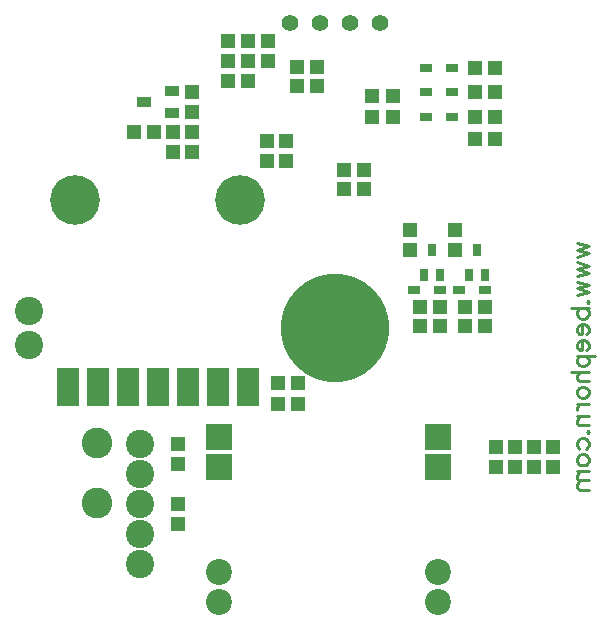
<source format=gbr>
G04 DipTrace 3.3.1.1*
G04 BottomMask.gbr*
%MOMM*%
G04 #@! TF.FileFunction,Soldermask,Bot*
G04 #@! TF.Part,Single*
%ADD22C,9.2*%
%ADD23C,1.4*%
%ADD50C,2.2*%
%ADD51C,2.4*%
%ADD65C,2.6*%
%ADD74R,0.8X1.05*%
%ADD80R,1.25X0.95*%
%ADD82R,2.2X2.2*%
%ADD91R,1.0X0.8*%
%ADD95R,1.2X1.3*%
%ADD97R,1.3X1.2*%
%ADD101C,4.2*%
%ADD103R,1.9X3.2*%
%ADD106C,0.23529*%
%FSLAX35Y35*%
G04*
G71*
G90*
G75*
G01*
G04 BotMask*
%LPD*%
D103*
X1490000Y3250000D3*
X1744000D3*
X1998000D3*
X2252000D3*
X2506000D3*
X2760000D3*
X3014000D3*
D101*
X2952123Y4836247D3*
X1552123D3*
D97*
X2220000Y5410000D3*
X2050000D3*
D95*
X3440000Y3110000D3*
Y3280000D3*
X3270000Y3110000D3*
Y3280000D3*
X5280000Y2740000D3*
Y2570000D3*
X5120000Y2740000D3*
Y2570000D3*
D97*
X4470000Y3930000D3*
X4640000D3*
D95*
X5440000Y2740000D3*
Y2570000D3*
D97*
X2850000Y5840000D3*
X3020000D3*
Y6010000D3*
X3190000D3*
X4940000Y5950000D3*
X5110000D3*
D95*
X4070000Y5710000D3*
Y5540000D3*
D97*
X3430000Y5800000D3*
X3600000D3*
D95*
X3340000Y5160000D3*
Y5330000D3*
D97*
X3830000Y5090000D3*
X4000000D3*
D95*
X4240000Y5710000D3*
Y5540000D3*
D97*
X3430000Y5960000D3*
X3600000D3*
D95*
X3180000Y5160000D3*
Y5330000D3*
D97*
X3830000Y4930000D3*
X4000000D3*
X4850000Y3930000D3*
X5020000D3*
X4940000Y5750000D3*
X5110000D3*
X4940000Y5540000D3*
X5110000D3*
D91*
X4420000Y4070000D3*
X4640000D3*
X4740000Y5950000D3*
X4520000D3*
X4800000Y4070000D3*
X5020000D3*
X4740000Y5750000D3*
X4520000D3*
X4740000Y5540000D3*
X4520000D3*
D50*
X2770000Y1430000D3*
Y1684000D3*
D82*
Y2573000D3*
Y2827000D3*
D50*
X4625000Y1430000D3*
Y1684000D3*
D82*
Y2573000D3*
Y2827000D3*
D80*
X2370000Y5760000D3*
Y5570000D3*
X2140000Y5665000D3*
D74*
X4640000Y4200000D3*
X4509987D3*
X4574993Y4410000D3*
X5020000Y4200000D3*
X4889987D3*
X4954993Y4410000D3*
D95*
X2540000Y5580000D3*
Y5750000D3*
X2380000Y5410000D3*
Y5240000D3*
X2540000Y5410000D3*
Y5240000D3*
X5600000Y2570000D3*
Y2740000D3*
D97*
X4470000Y3770000D3*
X4640000D3*
D95*
X2850000Y6180000D3*
Y6010000D3*
X2420000Y2600000D3*
Y2770000D3*
X4390000Y4580000D3*
Y4410000D3*
D97*
X3190000Y6180000D3*
X3020000D3*
X4850000Y3770000D3*
X5020000D3*
D95*
X2420000Y2090000D3*
Y2260000D3*
X4770000Y4580000D3*
Y4410000D3*
D97*
X4940000Y5350000D3*
X5110000D3*
D51*
X1160000Y3890000D3*
Y3610000D3*
D65*
X1740000Y2772000D3*
Y2264000D3*
D51*
X2100000Y2766000D3*
Y2512000D3*
Y2258000D3*
Y2004000D3*
Y1750000D3*
D22*
X3750000Y3750000D3*
D23*
X3624000Y6330000D3*
X3880000D3*
X4134000D3*
X3372000D3*
X5801037Y4470067D2*
D106*
X5903125Y4440923D1*
X5801037Y4411779D1*
X5903125Y4382635D1*
X5801037Y4353491D1*
Y4306432D2*
X5903125Y4277288D1*
X5801037Y4248145D1*
X5903125Y4219001D1*
X5801037Y4189857D1*
Y4142798D2*
X5903125Y4113654D1*
X5801037Y4084510D1*
X5903125Y4055367D1*
X5801037Y4026223D1*
X5888469Y3971920D2*
X5895881Y3979164D1*
X5903125Y3971920D1*
X5895881Y3964508D1*
X5888469Y3971920D1*
X5749993Y3917449D2*
X5903125D1*
X5822937D2*
X5808281Y3902793D1*
X5801037Y3888305D1*
Y3866405D1*
X5808281Y3851917D1*
X5822937Y3837261D1*
X5844837Y3830017D1*
X5859325D1*
X5881225Y3837261D1*
X5895713Y3851917D1*
X5903125Y3866405D1*
Y3888305D1*
X5895713Y3902793D1*
X5881225Y3917449D1*
X5844837Y3782959D2*
Y3695527D1*
X5830181D1*
X5815525Y3702771D1*
X5808281Y3710015D1*
X5801037Y3724671D1*
Y3746571D1*
X5808281Y3761059D1*
X5822937Y3775715D1*
X5844837Y3782959D1*
X5859325D1*
X5881225Y3775715D1*
X5895713Y3761059D1*
X5903125Y3746571D1*
Y3724671D1*
X5895713Y3710015D1*
X5881225Y3695527D1*
X5844837Y3648468D2*
Y3561037D1*
X5830181D1*
X5815525Y3568281D1*
X5808281Y3575524D1*
X5801037Y3590181D1*
Y3612081D1*
X5808281Y3626568D1*
X5822937Y3641224D1*
X5844837Y3648468D1*
X5859325D1*
X5881225Y3641224D1*
X5895713Y3626568D1*
X5903125Y3612081D1*
Y3590181D1*
X5895713Y3575524D1*
X5881225Y3561037D1*
X5801037Y3513978D2*
X5954169D1*
X5822937D2*
X5808450Y3499322D1*
X5801037Y3484834D1*
Y3462934D1*
X5808450Y3448278D1*
X5822937Y3433790D1*
X5844837Y3426378D1*
X5859493D1*
X5881225Y3433790D1*
X5895881Y3448278D1*
X5903125Y3462934D1*
Y3484834D1*
X5895881Y3499322D1*
X5881225Y3513978D1*
X5749993Y3379319D2*
X5903125D1*
X5830181D2*
X5808281Y3357419D1*
X5801037Y3342763D1*
Y3320863D1*
X5808281Y3306375D1*
X5830181Y3299131D1*
X5903125D1*
X5801037Y3215685D2*
X5808281Y3230173D1*
X5822937Y3244829D1*
X5844837Y3252073D1*
X5859325D1*
X5881225Y3244829D1*
X5895713Y3230173D1*
X5903125Y3215685D1*
Y3193785D1*
X5895713Y3179129D1*
X5881225Y3164641D1*
X5859325Y3157229D1*
X5844837D1*
X5822937Y3164641D1*
X5808281Y3179129D1*
X5801037Y3193785D1*
Y3215685D1*
Y3110170D2*
X5903125D1*
X5844837D2*
X5822937Y3102758D1*
X5808281Y3088270D1*
X5801037Y3073614D1*
Y3051714D1*
Y3004655D2*
X5903125D1*
X5830181D2*
X5808281Y2982755D1*
X5801037Y2968099D1*
Y2946367D1*
X5808281Y2931711D1*
X5830181Y2924467D1*
X5903125D1*
X5888469Y2870165D2*
X5895881Y2877408D1*
X5903125Y2870165D1*
X5895881Y2862752D1*
X5888469Y2870165D1*
X5822937Y2728093D2*
X5808281Y2742750D1*
X5801037Y2757406D1*
Y2779137D1*
X5808281Y2793793D1*
X5822937Y2808281D1*
X5844837Y2815693D1*
X5859325D1*
X5881225Y2808281D1*
X5895713Y2793793D1*
X5903125Y2779137D1*
Y2757406D1*
X5895713Y2742750D1*
X5881225Y2728093D1*
X5801037Y2644647D2*
X5808281Y2659135D1*
X5822937Y2673791D1*
X5844837Y2681035D1*
X5859325D1*
X5881225Y2673791D1*
X5895713Y2659135D1*
X5903125Y2644647D1*
Y2622747D1*
X5895713Y2608091D1*
X5881225Y2593603D1*
X5859325Y2586191D1*
X5844837D1*
X5822937Y2593603D1*
X5808281Y2608091D1*
X5801037Y2622747D1*
Y2644647D1*
Y2539132D2*
X5903125D1*
X5830181D2*
X5808281Y2517232D1*
X5801037Y2502576D1*
Y2480844D1*
X5808281Y2466188D1*
X5830181Y2458944D1*
X5903125D1*
X5830181D2*
X5808281Y2437044D1*
X5801037Y2422388D1*
Y2400657D1*
X5808281Y2386001D1*
X5830181Y2378588D1*
X5903125D1*
M02*

</source>
